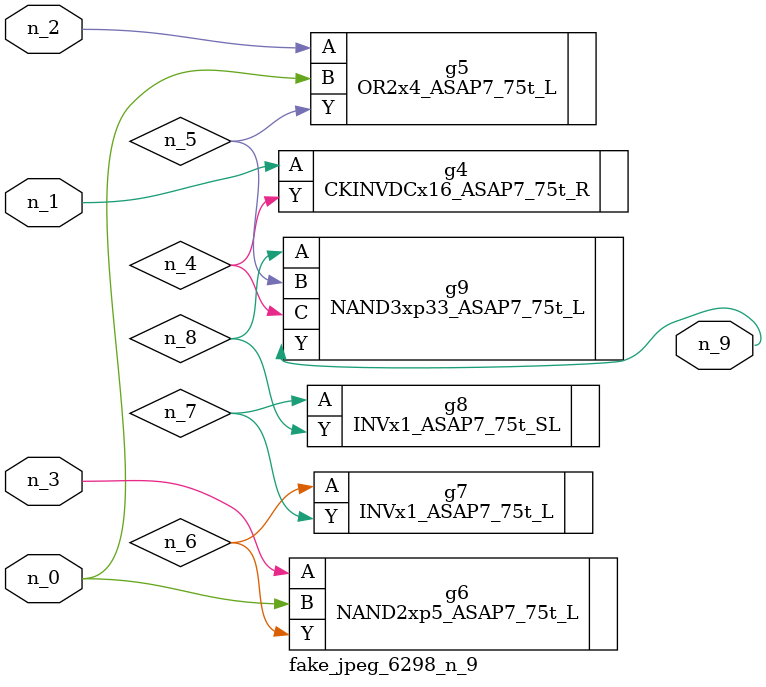
<source format=v>
module fake_jpeg_6298_n_9 (n_0, n_3, n_2, n_1, n_9);

input n_0;
input n_3;
input n_2;
input n_1;

output n_9;

wire n_4;
wire n_8;
wire n_6;
wire n_5;
wire n_7;

CKINVDCx16_ASAP7_75t_R g4 ( 
.A(n_1),
.Y(n_4)
);

OR2x4_ASAP7_75t_L g5 ( 
.A(n_2),
.B(n_0),
.Y(n_5)
);

NAND2xp5_ASAP7_75t_L g6 ( 
.A(n_3),
.B(n_0),
.Y(n_6)
);

INVx1_ASAP7_75t_L g7 ( 
.A(n_6),
.Y(n_7)
);

INVx1_ASAP7_75t_SL g8 ( 
.A(n_7),
.Y(n_8)
);

NAND3xp33_ASAP7_75t_L g9 ( 
.A(n_8),
.B(n_5),
.C(n_4),
.Y(n_9)
);


endmodule
</source>
